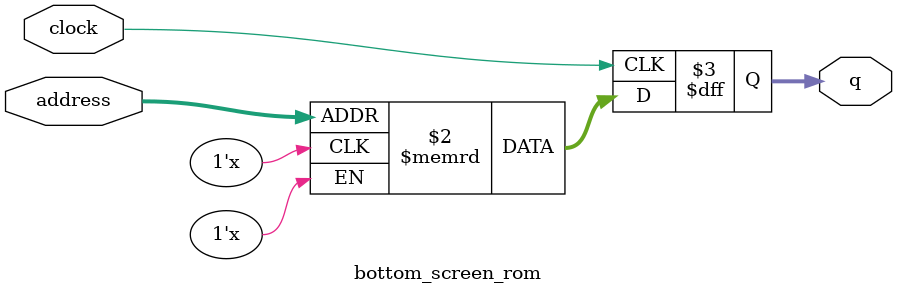
<source format=sv>
module bottom_screen_rom (
	input logic clock,
	input logic [15:0] address,
	output logic [8:0] q
);

logic [8:0] memory [0:44279] /* synthesis ram_init_file = "./bottom_screen/bottom_screen.mif" */;

always_ff @ (posedge clock) begin
	q <= memory[address];
end

endmodule

</source>
